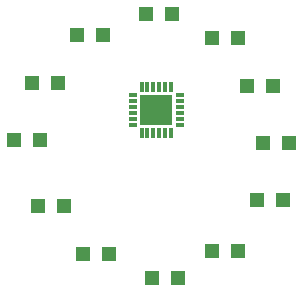
<source format=gbr>
%TF.GenerationSoftware,KiCad,Pcbnew,(5.1.10)-1*%
%TF.CreationDate,2021-12-05T10:22:04+05:30*%
%TF.ProjectId,Libobxis lab,4c69626f-6278-4697-9320-6c61622e6b69,rev?*%
%TF.SameCoordinates,Original*%
%TF.FileFunction,Paste,Top*%
%TF.FilePolarity,Positive*%
%FSLAX46Y46*%
G04 Gerber Fmt 4.6, Leading zero omitted, Abs format (unit mm)*
G04 Created by KiCad (PCBNEW (5.1.10)-1) date 2021-12-05 10:22:04*
%MOMM*%
%LPD*%
G01*
G04 APERTURE LIST*
%ADD10R,1.200000X1.200000*%
%ADD11R,2.700000X2.600000*%
%ADD12R,0.350000X0.850000*%
%ADD13R,0.800000X0.350000*%
G04 APERTURE END LIST*
D10*
%TO.C,D7*%
X124036000Y-72644000D03*
X121836000Y-72644000D03*
%TD*%
D11*
%TO.C,IC2*%
X128016000Y-60452000D03*
D12*
X126766000Y-58477000D03*
X127266000Y-58477000D03*
X127766000Y-58477000D03*
X128266000Y-58477000D03*
X128766000Y-58477000D03*
X129266000Y-58477000D03*
D13*
X130016000Y-59202000D03*
X130016000Y-59702000D03*
X130016000Y-60202000D03*
X130016000Y-60702000D03*
X130016000Y-61202000D03*
X130016000Y-61702000D03*
D12*
X129266000Y-62427000D03*
X128766000Y-62427000D03*
X128266000Y-62427000D03*
X127766000Y-62427000D03*
X127266000Y-62427000D03*
X126766000Y-62427000D03*
D13*
X126016000Y-61702000D03*
X126016000Y-61202000D03*
X126016000Y-60702000D03*
X126016000Y-60202000D03*
X126016000Y-59702000D03*
X126016000Y-59202000D03*
%TD*%
D10*
%TO.C,D12*%
X129370000Y-52324000D03*
X127170000Y-52324000D03*
%TD*%
%TO.C,D11*%
X123528000Y-54102000D03*
X121328000Y-54102000D03*
%TD*%
%TO.C,D10*%
X119718000Y-58166000D03*
X117518000Y-58166000D03*
%TD*%
%TO.C,D9*%
X118194000Y-62992000D03*
X115994000Y-62992000D03*
%TD*%
%TO.C,D8*%
X120226000Y-68580000D03*
X118026000Y-68580000D03*
%TD*%
%TO.C,D6*%
X129878000Y-74676000D03*
X127678000Y-74676000D03*
%TD*%
%TO.C,D5*%
X132758000Y-72390000D03*
X134958000Y-72390000D03*
%TD*%
%TO.C,D4*%
X136568000Y-68072000D03*
X138768000Y-68072000D03*
%TD*%
%TO.C,D3*%
X137076000Y-63246000D03*
X139276000Y-63246000D03*
%TD*%
%TO.C,D2*%
X135722000Y-58420000D03*
X137922000Y-58420000D03*
%TD*%
%TO.C,D1*%
X132758000Y-54356000D03*
X134958000Y-54356000D03*
%TD*%
M02*

</source>
